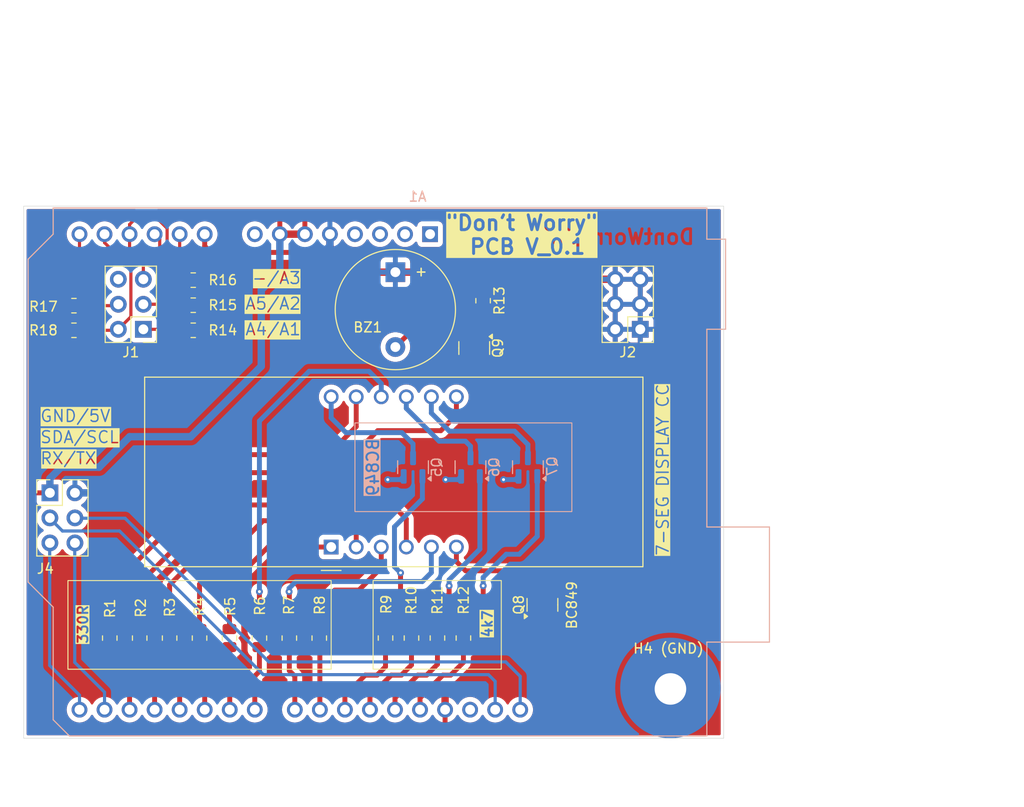
<source format=kicad_pcb>
(kicad_pcb (version 20240108) (generator "pcbnew") (generator_version "8.0")
  (layers (0 "F.Cu" signal) (31 "B.Cu" signal) (34 "B.Paste" user) (35 "F.Paste" user) (36 "B.SilkS" user "B.Silkscreen") (37 "F.SilkS" user "F.Silkscreen") (38 "B.Mask" user) (39 "F.Mask" user) (44 "Edge.Cuts" user))
  (net 0 "")
  (net 1 "/S_E")
  (net 3 "/D3")
  (net 4 "GND")
  (net 5 "/S_F")
  (net 7 "/S_G")
  (net 8 "/D1")
  (net 9 "/D2")
  (net 10 "/S_D")
  (net 11 "+5V")
  (net 13 "/S_DP")
  (net 15 "/S_C")
  (net 16 "/S_A")
  (net 17 "/S_B")
  (net 18 "/D4")
  (net 20 "Net-(U1-a)")
  (net 21 "Net-(U1-b)")
  (net 22 "Net-(U1-c)")
  (net 23 "Net-(U1-d)")
  (net 24 "Net-(U1-e)")
  (net 25 "Net-(U1-f)")
  (net 26 "Net-(U1-g)")
  (net 27 "Net-(U1-DPX)")
  (net 28 "Net-(Q5-B)")
  (net 29 "Net-(Q5-C)")
  (net 30 "Net-(Q6-B)")
  (net 31 "Net-(Q6-C)")
  (net 32 "Net-(Q7-C)")
  (net 33 "Net-(Q7-B)")
  (net 34 "Net-(Q8-B)")
  (net 35 "Net-(Q8-C)")
  (net 36 "/SDA")
  (net 37 "/SCL")
  (net 38 "/TX")
  (net 39 "/RX")
  (net 40 "/BUZZ")
  (net 41 "/A1")
  (net 42 "/A5")
  (net 43 "/A3")
  (net 44 "/A4")
  (net 45 "/A2")
  (net 46 "+3.3V")
  (net 47 "Net-(BZ1--)")
  (net 48 "Net-(Q9-B)")
  (footprint "Display_7Segment:CC56-12YWA" (layer "F.Cu") (at 148.59 88.5952 90)
    (property "Reference" "7-SEG DISPLAY CC" (at 7.8452 33.635 90) (layer "F.SilkS" knockout) (effects (font (size 1.2 1.2))))
    (property "Value" "CC56-12YWA")
    (pad "1" thru_hole rect (at 0 0 90) (size 1.5 1.5) (drill 1) (layers "*.Cu" "*.Mask") (net 24 "Net-(U1-e)"))
    (pad "2" thru_hole circle (at 0 2.54 90) (size 1.5 1.5) (drill 1) (layers "*.Cu" "*.Mask") (net 23 "Net-(U1-d)"))
    (pad "3" thru_hole circle (at 0 5.08 90) (size 1.5 1.5) (drill 1) (layers "*.Cu" "*.Mask") (net 27 "Net-(U1-DPX)"))
    (pad "4" thru_hole circle (at 0 7.62 90) (size 1.5 1.5) (drill 1) (layers "*.Cu" "*.Mask") (net 22 "Net-(U1-c)"))
    (pad "5" thru_hole circle (at 0 10.16 90) (size 1.5 1.5) (drill 1) (layers "*.Cu" "*.Mask") (net 26 "Net-(U1-g)"))
    (pad "6" thru_hole circle (at 0 12.7 90) (size 1.5 1.5) (drill 1) (layers "*.Cu" "*.Mask") (net 35 "Net-(Q8-C)"))
    (pad "7" thru_hole circle (at 15.24 12.7 90) (size 1.5 1.5) (drill 1) (layers "*.Cu" "*.Mask") (net 21 "Net-(U1-b)"))
    (pad "8" thru_hole circle (at 15.24 10.16 90) (size 1.5 1.5) (drill 1) (layers "*.Cu" "*.Mask") (net 32 "Net-(Q7-C)"))
    (pad "9" thru_hole circle (at 15.24 7.62 90) (size 1.5 1.5) (drill 1) (layers "*.Cu" "*.Mask") (net 31 "Net-(Q6-C)"))
    (pad "10" thru_hole circle (at 15.24 5.08 90) (size 1.5 1.5) (drill 1) (layers "*.Cu" "*.Mask") (net 25 "Net-(U1-f)"))
    (pad "11" thru_hole circle (at 15.24 2.54 90) (size 1.5 1.5) (drill 1) (layers "*.Cu" "*.Mask") (net 20 "Net-(U1-a)"))
    (pad "12" thru_hole circle (at 15.24 0 90) (size 1.5 1.5) (drill 1) (layers "*.Cu" "*.Mask") (net 29 "Net-(Q5-C)"))
  )
  (footprint "Connector_PinHeader_2.54mm:PinHeader_2x03_P2.54mm_Vertical" (layer "F.Cu") (at 120.06 83.1)
    (property "Reference" "J4" (at -0.46 7.7 0) (layer "F.SilkS"))
    (property "Value" "Conn_01x06")
    (pad "1" thru_hole rect (at 0 0) (size 1.7 1.7) (drill 1) (layers "*.Cu" "*.Mask") (net 4 "GND"))
    (pad "2" thru_hole oval (at 2.54 0) (size 1.7 1.7) (drill 1) (layers "*.Cu" "*.Mask") (net 11 "+5V"))
    (pad "3" thru_hole oval (at 0 2.54) (size 1.7 1.7) (drill 1) (layers "*.Cu" "*.Mask") (net 36 "/SDA"))
    (pad "4" thru_hole oval (at 2.54 2.54) (size 1.7 1.7) (drill 1) (layers "*.Cu" "*.Mask") (net 37 "/SCL"))
    (pad "5" thru_hole oval (at 0 5.08) (size 1.7 1.7) (drill 1) (layers "*.Cu" "*.Mask") (net 39 "/RX"))
    (pad "6" thru_hole oval (at 2.54 5.08) (size 1.7 1.7) (drill 1) (layers "*.Cu" "*.Mask") (net 38 "/TX"))
  )
  (footprint "Resistor_SMD:R_0805_2012Metric" (layer "F.Cu") (at 134.6 64.054416)
    (property "Reference" "R15" (at 3 0 0) (layer "F.SilkS"))
    (property "Value" "10K")
    (pad "1" smd roundrect (at -0.9125 0) (size 1.025 1.4) (layers "F.Cu" "F.Paste" "F.Mask") (roundrect_rratio 0.243902) (net 45 "/A2"))
    (pad "2" smd roundrect (at 0.9125 0) (size 1.025 1.4) (layers "F.Cu" "F.Paste" "F.Mask") (roundrect_rratio 0.243902) (net 4 "GND"))
  )
  (footprint "Resistor_SMD:R_0805_2012Metric" (layer "F.Cu") (at 162.00175 97.8333 -90)
    (property "Reference" "R12" (at -3.8375 -0.025 90) (layer "F.SilkS"))
    (property "Value" "4k7" (at -1.4403 -2.43785 90) (layer "F.SilkS" knockout) (effects (font (thickness 0.2) (bold yes))))
    (pad "1" smd roundrect (at -0.9125 0 270) (size 1.025 1.4) (layers "F.Cu" "F.Paste" "F.Mask") (roundrect_rratio 0.243902) (net 34 "Net-(Q8-B)"))
    (pad "2" smd roundrect (at 0.9125 0 270) (size 1.025 1.4) (layers "F.Cu" "F.Paste" "F.Mask") (roundrect_rratio 0.243902) (net 18 "/D4"))
  )
  (footprint "Buzzer_Beeper:Buzzer_12x9.5RM7.6" (layer "F.Cu") (at 155.1 60.7 -90)
    (property "Reference" "BZ1" (at 5.6 2.8 180) (layer "F.SilkS"))
    (property "Value" "Buzzer CMI-1295-0585T")
    (fp_text user "+" (at -0.01 -2.54 90) (layer "F.SilkS"))
    (pad "1" thru_hole rect (at 0 0 270) (size 2 2) (drill 1) (layers "*.Cu" "*.Mask") (net 11 "+5V"))
    (pad "2" thru_hole circle (at 7.6 0 270) (size 2 2) (drill 1) (layers "*.Cu" "*.Mask") (net 47 "Net-(BZ1--)"))
  )
  (footprint "Resistor_SMD:R_0805_2012Metric" (layer "F.Cu") (at 126.13205 97.8375 90)
    (property "Reference" "R1" (at 3.0125 0.025 90) (layer "F.SilkS"))
    (property "Value" "330R" (at 1.3937 -2.72065 90) (layer "F.SilkS" knockout) (effects (font (thickness 0.2) (bold yes))))
    (pad "1" smd roundrect (at -0.9125 0 90) (size 1.025 1.4) (layers "F.Cu" "F.Paste" "F.Mask") (roundrect_rratio 0.243902) (net 16 "/S_A"))
    (pad "2" smd roundrect (at 0.9125 0 90) (size 1.025 1.4) (layers "F.Cu" "F.Paste" "F.Mask") (roundrect_rratio 0.243902) (net 20 "Net-(U1-a)"))
  )
  (footprint "Resistor_SMD:R_0805_2012Metric" (layer "F.Cu") (at 134.6 66.6)
    (property "Reference" "R14" (at 3 0 0) (layer "F.SilkS"))
    (property "Value" "10K")
    (pad "1" smd roundrect (at -0.9125 0) (size 1.025 1.4) (layers "F.Cu" "F.Paste" "F.Mask") (roundrect_rratio 0.243902) (net 41 "/A1"))
    (pad "2" smd roundrect (at 0.9125 0) (size 1.025 1.4) (layers "F.Cu" "F.Paste" "F.Mask") (roundrect_rratio 0.243902) (net 4 "GND"))
  )
  (footprint "Resistor_SMD:R_0805_2012Metric" (layer "F.Cu") (at 122.5 66.6 180)
    (property "Reference" "R18" (at 3.1 0 0) (layer "F.SilkS"))
    (property "Value" "10K")
    (pad "1" smd roundrect (at -0.9125 0 180) (size 1.025 1.4) (layers "F.Cu" "F.Paste" "F.Mask") (roundrect_rratio 0.243902) (net 44 "/A4"))
    (pad "2" smd roundrect (at 0.9125 0 180) (size 1.025 1.4) (layers "F.Cu" "F.Paste" "F.Mask") (roundrect_rratio 0.243902) (net 4 "GND"))
  )
  (footprint "Resistor_SMD:R_0805_2012Metric" (layer "F.Cu") (at 129.167766 97.8375 90)
    (property "Reference" "R2" (at 3.0625 0.110716 90) (layer "F.SilkS"))
    (property "Value" "330R" (hide yes))
    (pad "1" smd roundrect (at -0.9125 0 90) (size 1.025 1.4) (layers "F.Cu" "F.Paste" "F.Mask") (roundrect_rratio 0.243902) (net 17 "/S_B"))
    (pad "2" smd roundrect (at 0.9125 0 90) (size 1.025 1.4) (layers "F.Cu" "F.Paste" "F.Mask") (roundrect_rratio 0.243902) (net 21 "Net-(U1-b)"))
  )
  (footprint "Connector_PinHeader_2.54mm:PinHeader_2x03_P2.54mm_Vertical" (layer "F.Cu") (at 129.54 66.5 180)
    (property "Reference" "J1" (at 1.27 -2.33 0) (layer "F.SilkS"))
    (property "Value" "Conn_02x03_Odd_Even")
    (pad "1" thru_hole rect (at 0 0 180) (size 1.7 1.7) (drill 1) (layers "*.Cu" "*.Mask") (net 41 "/A1"))
    (pad "2" thru_hole oval (at 2.54 0 180) (size 1.7 1.7) (drill 1) (layers "*.Cu" "*.Mask") (net 44 "/A4"))
    (pad "3" thru_hole oval (at 0 2.54 180) (size 1.7 1.7) (drill 1) (layers "*.Cu" "*.Mask") (net 45 "/A2"))
    (pad "4" thru_hole oval (at 2.54 2.54 180) (size 1.7 1.7) (drill 1) (layers "*.Cu" "*.Mask") (net 42 "/A5"))
    (pad "5" thru_hole oval (at 0 5.08 180) (size 1.7 1.7) (drill 1) (layers "*.Cu" "*.Mask") (net 43 "/A3"))
    (pad "6" thru_hole oval (at 2.54 5.08 180) (size 1.7 1.7) (drill 1) (layers "*.Cu" "*.Mask"))
  )
  (footprint "Resistor_SMD:R_0805_2012Metric" (layer "F.Cu") (at 138.274908 97.8375 90)
    (property "Reference" "R5" (at 3.2125 0.067858 90) (layer "F.SilkS"))
    (property "Value" "330R" (hide yes))
    (pad "1" smd roundrect (at -0.9125 0 90) (size 1.025 1.4) (layers "F.Cu" "F.Paste" "F.Mask") (roundrect_rratio 0.243902) (net 1 "/S_E"))
    (pad "2" smd roundrect (at 0.9125 0 90) (size 1.025 1.4) (layers "F.Cu" "F.Paste" "F.Mask") (roundrect_rratio 0.243902) (net 24 "Net-(U1-e)"))
  )
  (footprint "Resistor_SMD:R_0805_2012Metric" (layer "F.Cu") (at 147.38205 97.8375 90)
    (property "Reference" "R8" (at 3.3375 0.05 90) (layer "F.SilkS"))
    (property "Value" "330R" (hide yes))
    (pad "1" smd roundrect (at -0.9125 0 90) (size 1.025 1.4) (layers "F.Cu" "F.Paste" "F.Mask") (roundrect_rratio 0.243902) (net 13 "/S_DP"))
    (pad "2" smd roundrect (at 0.9125 0 90) (size 1.025 1.4) (layers "F.Cu" "F.Paste" "F.Mask") (roundrect_rratio 0.243902) (net 27 "Net-(U1-DPX)"))
  )
  (footprint "Resistor_SMD:R_0805_2012Metric" (layer "F.Cu") (at 122.5 64.1 180)
    (property "Reference" "R17" (at 3.1 -0.1 0) (layer "F.SilkS"))
    (property "Value" "10K")
    (pad "1" smd roundrect (at -0.9125 0 180) (size 1.025 1.4) (layers "F.Cu" "F.Paste" "F.Mask") (roundrect_rratio 0.243902) (net 42 "/A5"))
    (pad "2" smd roundrect (at 0.9125 0 180) (size 1.025 1.4) (layers "F.Cu" "F.Paste" "F.Mask") (roundrect_rratio 0.243902) (net 4 "GND"))
  )
  (footprint "Resistor_SMD:R_0805_2012Metric" (layer "F.Cu") (at 156.735084 97.8333 -90)
    (property "Reference" "R10" (at -3.8375 0.016666 90) (layer "F.SilkS"))
    (property "Value" "4k7" (hide yes))
    (pad "1" smd roundrect (at -0.9125 0 270) (size 1.025 1.4) (layers "F.Cu" "F.Paste" "F.Mask") (roundrect_rratio 0.243902) (net 30 "Net-(Q6-B)"))
    (pad "2" smd roundrect (at 0.9125 0 270) (size 1.025 1.4) (layers "F.Cu" "F.Paste" "F.Mask") (roundrect_rratio 0.243902) (net 9 "/D2"))
  )
  (footprint "Package_TO_SOT_SMD:SOT-23" (layer "F.Cu") (at 163.1 68.4 -90)
    (property "Reference" "Q9" (at 0 -2.4 90) (layer "F.SilkS"))
    (property "Value" "BC849")
    (pad "1" smd roundrect (at -0.9375 -0.95 270) (size 1.475 0.6) (layers "F.Cu" "F.Paste" "F.Mask") (net 48 "Net-(Q9-B)"))
    (pad "2" smd roundrect (at -0.9375 0.95 270) (size 1.475 0.6) (layers "F.Cu" "F.Paste" "F.Mask") (net 47 "Net-(BZ1--)"))
    (pad "3" smd roundrect (at 0.9375 0 270) (size 1.475 0.6) (layers "F.Cu" "F.Paste" "F.Mask") (net 4 "GND"))
  )
  (footprint "Resistor_SMD:R_0805_2012Metric" (layer "F.Cu") (at 132.20348 97.8375 90)
    (property "Reference" "R3" (at 3.1125 0.02143 90) (layer "F.SilkS"))
    (property "Value" "330R" (hide yes))
    (pad "1" smd roundrect (at -0.9125 0 90) (size 1.025 1.4) (layers "F.Cu" "F.Paste" "F.Mask") (roundrect_rratio 0.243902) (net 15 "/S_C"))
    (pad "2" smd roundrect (at 0.9125 0 90) (size 1.025 1.4) (layers "F.Cu" "F.Paste" "F.Mask") (roundrect_rratio 0.243902) (net 22 "Net-(U1-c)"))
  )
  (footprint "Connector_PinHeader_2.54mm:PinHeader_2x03_P2.54mm_Vertical" (layer "F.Cu") (at 179.94 66.5 180)
    (property "Reference" "J2" (at 1.27 -2.33 0) (layer "F.SilkS"))
    (property "Value" "Conn_02x03_Odd_Even")
    (pad "1" thru_hole rect (at 0 0 180) (size 1.7 1.7) (drill 1) (layers "*.Cu" "*.Mask") (net 11 "+5V"))
    (pad "2" thru_hole oval (at 2.54 0 180) (size 1.7 1.7) (drill 1) (layers "*.Cu" "*.Mask") (net 11 "+5V"))
    (pad "3" thru_hole oval (at 0 2.54 180) (size 1.7 1.7) (drill 1) (layers "*.Cu" "*.Mask") (net 11 "+5V"))
    (pad "4" thru_hole oval (at 2.54 2.54 180) (size 1.7 1.7) (drill 1) (layers "*.Cu" "*.Mask") (net 11 "+5V"))
    (pad "5" thru_hole oval (at 0 5.08 180) (size 1.7 1.7) (drill 1) (layers "*.Cu" "*.Mask") (net 11 "+5V"))
    (pad "6" thru_hole oval (at 2.54 5.08 180) (size 1.7 1.7) (drill 1) (layers "*.Cu" "*.Mask") (net 11 "+5V"))
  )
  (footprint "Resistor_SMD:R_0805_2012Metric" (layer "F.Cu") (at 144.346336 97.8375 90)
    (property "Reference" "R7" (at 3.3375 -0.035714 90) (layer "F.SilkS"))
    (property "Value" "330R" (hide yes))
    (pad "1" smd roundrect (at -0.9125 0 90) (size 1.025 1.4) (layers "F.Cu" "F.Paste" "F.Mask") (roundrect_rratio 0.243902) (net 7 "/S_G"))
    (pad "2" smd roundrect (at 0.9125 0 90) (size 1.025 1.4) (layers "F.Cu" "F.Paste" "F.Mask") (roundrect_rratio 0.243902) (net 26 "Net-(U1-g)"))
  )
  (footprint "Resistor_SMD:R_0805_2012Metric" (layer "F.Cu") (at 141.310622 97.8375 90)
    (property "Reference" "R6" (at 3.2625 0.053572 90) (layer "F.SilkS"))
    (property "Value" "330R" (hide yes))
    (pad "1" smd roundrect (at -0.9125 0 90) (size 1.025 1.4) (layers "F.Cu" "F.Paste" "F.Mask") (roundrect_rratio 0.243902) (net 5 "/S_F"))
    (pad "2" smd roundrect (at 0.9125 0 90) (size 1.025 1.4) (layers "F.Cu" "F.Paste" "F.Mask") (roundrect_rratio 0.243902) (net 25 "Net-(U1-f)"))
  )
  (footprint "Resistor_SMD:R_0805_2012Metric" (layer "F.Cu") (at 135.239194 97.8375 90)
    (property "Reference" "R4" (at 3.1875 -0.017856 90) (layer "F.SilkS"))
    (property "Value" "330R" (hide yes))
    (pad "1" smd roundrect (at -0.9125 0 90) (size 1.025 1.4) (layers "F.Cu" "F.Paste" "F.Mask") (roundrect_rratio 0.243902) (net 10 "/S_D"))
    (pad "2" smd roundrect (at 0.9125 0 90) (size 1.025 1.4) (layers "F.Cu" "F.Paste" "F.Mask") (roundrect_rratio 0.243902) (net 23 "Net-(U1-d)"))
  )
  (footprint "Resistor_SMD:R_0805_2012Metric" (layer "F.Cu") (at 159.368417 97.8333 -90)
    (property "Reference" "R11" (at -3.8375 0.008333 90) (layer "F.SilkS"))
    (property "Value" "4k7" (hide yes))
    (pad "1" smd roundrect (at -0.9125 0 270) (size 1.025 1.4) (layers "F.Cu" "F.Paste" "F.Mask") (roundrect_rratio 0.243902) (net 33 "Net-(Q7-B)"))
    (pad "2" smd roundrect (at 0.9125 0 270) (size 1.025 1.4) (layers "F.Cu" "F.Paste" "F.Mask") (roundrect_rratio 0.243902) (net 3 "/D3"))
  )
  (footprint "Resistor_SMD:R_0805_2012Metric" (layer "F.Cu") (at 134.6 61.508833)
    (property "Reference" "R16" (at 3 0 0) (layer "F.SilkS"))
    (property "Value" "10K")
    (pad "1" smd roundrect (at -0.9125 0) (size 1.025 1.4) (layers "F.Cu" "F.Paste" "F.Mask") (roundrect_rratio 0.243902) (net 43 "/A3"))
    (pad "2" smd roundrect (at 0.9125 0) (size 1.025 1.4) (layers "F.Cu" "F.Paste" "F.Mask") (roundrect_rratio 0.243902) (net 4 "GND"))
  )
  (footprint "Resistor_SMD:R_0805_2012Metric" (layer "F.Cu") (at 164 63.6 -90)
    (property "Reference" "R13" (at 0 -1.65 90) (layer "F.SilkS"))
    (property "Value" "4k7")
    (pad "1" smd roundrect (at -0.9125 0 270) (size 1.025 1.4) (layers "F.Cu" "F.Paste" "F.Mask") (roundrect_rratio 0.243902) (net 40 "/BUZZ"))
    (pad "2" smd roundrect (at 0.9125 0 270) (size 1.025 1.4) (layers "F.Cu" "F.Paste" "F.Mask") (roundrect_rratio 0.243902) (net 48 "Net-(Q9-B)"))
  )
  (footprint "Package_TO_SOT_SMD:SOT-23" (layer "F.Cu") (at 170.0174 94.4649 90)
    (property "Reference" "Q8" (at 0 -2.4 90) (layer "F.SilkS"))
    (property "Value" "BC849" (at -0.0351 2.9826 -90) (layer "F.SilkS"))
    (pad "1" smd roundrect (at -0.9375 -0.95 90) (size 1.475 0.6) (layers "F.Cu" "F.Paste" "F.Mask") (net 34 "Net-(Q8-B)"))
    (pad "2" smd roundrect (at -0.9375 0.95 90) (size 1.475 0.6) (layers "F.Cu" "F.Paste" "F.Mask") (net 4 "GND"))
    (pad "3" smd roundrect (at 0.9375 0 90) (size 1.475 0.6) (layers "F.Cu" "F.Paste" "F.Mask") (net 35 "Net-(Q8-C)"))
  )
  (footprint "Resistor_SMD:R_0805_2012Metric" (layer "F.Cu") (at 154.10175 97.8333 -90)
    (property "Reference" "R9" (at -3.4125 -0.075 90) (layer "F.SilkS"))
    (property "Value" "4k7" (hide yes))
    (pad "1" smd roundrect (at -0.9125 0 270) (size 1.025 1.4) (layers "F.Cu" "F.Paste" "F.Mask") (roundrect_rratio 0.243902) (net 28 "Net-(Q5-B)"))
    (pad "2" smd roundrect (at 0.9125 0 270) (size 1.025 1.4) (layers "F.Cu" "F.Paste" "F.Mask") (roundrect_rratio 0.243902) (net 8 "/D1"))
  )
  (footprint "MountingHole:MountingHole_3.2mm_M3_DIN965_Pad" (layer "F.Cu") (at 183 103)
    (property "Reference" "H4 (GND)" (at -0.2 -4.1 0) (layer "F.SilkS"))
    (property "Value" "MountingHole_Pad")
    (pad "1" thru_hole circle (at 0 0) (size 5.6 5.6) (drill 3.2) (layers "*.Cu" "*.Mask") (net 4 "GND"))
  )
  (footprint "Package_TO_SOT_SMD:SOT-23" (layer "B.Cu") (at 156.8931 80.4926 90)
    (property "Reference" "Q5" (at 0 2.4 90) (layer "B.SilkS") (effects (justify mirror)))
    (property "Value" "BC849" (at 0 -4.075 90) (layer "B.SilkS" knockout) (effects (font (size 1.2 1.2) (thickness 0.2) (bold yes)) (justify mirror)))
    (pad "1" smd roundrect (at -0.9375 0.95 90) (size 1.475 0.6) (layers "B.Cu" "B.Paste" "B.Mask") (net 28 "Net-(Q5-B)"))
    (pad "2" smd roundrect (at -0.9375 -0.95 90) (size 1.475 0.6) (layers "B.Cu" "B.Paste" "B.Mask") (net 4 "GND"))
    (pad "3" smd roundrect (at 0.9375 0 90) (size 1.475 0.6) (layers "B.Cu" "B.Paste" "B.Mask") (net 29 "Net-(Q5-C)"))
  )
  (footprint "Module:Arduino_UNO_R3" (layer "B.Cu") (at 158.623 56.8452 180)
    (property "Reference" "A1" (at 1.27 3.81 0) (layer "B.SilkS") (effects (justify mirror)))
    (property "Value" "Arduino_UNO_R3" (hide yes))
    (pad "1" thru_hole rect (at 0 0 90) (size 1.6 1.6) (drill 1) (layers "*.Cu" "*.Mask"))
    (pad "2" thru_hole oval (at 2.54 0 90) (size 1.6 1.6) (drill 1) (layers "*.Cu" "*.Mask"))
    (pad "3" thru_hole oval (at 5.08 0 90) (size 1.6 1.6) (drill 1) (layers "*.Cu" "*.Mask"))
    (pad "4" thru_hole oval (at 7.62 0 90) (size 1.6 1.6) (drill 1) (layers "*.Cu" "*.Mask") (net 46 "+3.3V"))
    (pad "5" thru_hole oval (at 10.16 0 90) (size 1.6 1.6) (drill 1) (layers "*.Cu" "*.Mask") (net 11 "+5V"))
    (pad "6" thru_hole oval (at 12.7 0 90) (size 1.6 1.6) (drill 1) (layers "*.Cu" "*.Mask") (net 4 "GND"))
    (pad "7" thru_hole oval (at 15.24 0 90) (size 1.6 1.6) (drill 1) (layers "*.Cu" "*.Mask") (net 4 "GND"))
    (pad "8" thru_hole oval (at 17.78 0 90) (size 1.6 1.6) (drill 1) (layers "*.Cu" "*.Mask"))
    (pad "9" thru_hole oval (at 22.86 0 90) (size 1.6 1.6) (drill 1) (layers "*.Cu" "*.Mask") (net 40 "/BUZZ"))
    (pad "10" thru_hole oval (at 25.4 0 90) (size 1.6 1.6) (drill 1) (layers "*.Cu" "*.Mask") (net 41 "/A1"))
    (pad "11" thru_hole oval (at 27.94 0 90) (size 1.6 1.6) (drill 1) (layers "*.Cu" "*.Mask") (net 45 "/A2"))
    (pad "12" thru_hole oval (at 30.48 0 90) (size 1.6 1.6) (drill 1) (layers "*.Cu" "*.Mask") (net 43 "/A3"))
    (pad "13" thru_hole oval (at 33.02 0 90) (size 1.6 1.6) (drill 1) (layers "*.Cu" "*.Mask") (net 44 "/A4"))
    (pad "14" thru_hole oval (at 35.56 0 90) (size 1.6 1.6) (drill 1) (layers "*.Cu" "*.Mask") (net 42 "/A5"))
    (pad "15" thru_hole oval (at 35.56 -48.26 90) (size 1.6 1.6) (drill 1) (layers "*.Cu" "*.Mask") (net 39 "/RX"))
    (pad "16" thru_hole oval (at 33.02 -48.26 90) (size 1.6 1.6) (drill 1) (layers "*.Cu" "*.Mask") (net 38 "/TX"))
    (pad "17" thru_hole oval (at 30.48 -48.26 90) (size 1.6 1.6) (drill 1) (layers "*.Cu" "*.Mask") (net 16 "/S_A"))
    (pad "18" thru_hole oval (at 27.94 -48.26 90) (size 1.6 1.6) (drill 1) (layers "*.Cu" "*.Mask") (net 17 "/S_B"))
    (pad "19" thru_hole oval (at 25.4 -48.26 90) (size 1.6 1.6) (drill 1) (layers "*.Cu" "*.Mask") (net 15 "/S_C"))
    (pad "20" thru_hole oval (at 22.86 -48.26 90) (size 1.6 1.6) (drill 1) (layers "*.Cu" "*.Mask") (net 10 "/S_D"))
    (pad "21" thru_hole oval (at 20.32 -48.26 90) (size 1.6 1.6) (drill 1) (layers "*.Cu" "*.Mask") (net 1 "/S_E"))
    (pad "22" thru_hole oval (at 17.78 -48.26 90) (size 1.6 1.6) (drill 1) (layers "*.Cu" "*.Mask") (net 5 "/S_F"))
    (pad "23" thru_hole oval (at 13.72 -48.26 90) (size 1.6 1.6) (drill 1) (layers "*.Cu" "*.Mask") (net 7 "/S_G"))
    (pad "24" thru_hole oval (at 11.18 -48.26 90) (size 1.6 1.6) (drill 1) (layers "*.Cu" "*.Mask") (net 13 "/S_DP"))
    (pad "25" thru_hole oval (at 8.64 -48.26 90) (size 1.6 1.6) (drill 1) (layers "*.Cu" "*.Mask") (net 8 "/D1"))
    (pad "26" thru_hole oval (at 6.1 -48.26 90) (size 1.6 1.6) (drill 1) (layers "*.Cu" "*.Mask") (net 9 "/D2"))
    (pad "27" thru_hole oval (at 3.56 -48.26 90) (size 1.6 1.6) (drill 1) (layers "*.Cu" "*.Mask") (net 3 "/D3"))
    (pad "28" thru_hole oval (at 1.02 -48.26 90) (size 1.6 1.6) (drill 1) (layers "*.Cu" "*.Mask") (net 18 "/D4"))
    (pad "29" thru_hole oval (at -1.52 -48.26 90) (size 1.6 1.6) (drill 1) (layers "*.Cu" "*.Mask") (net 4 "GND"))
    (pad "30" thru_hole oval (at -4.06 -48.26 90) (size 1.6 1.6) (drill 1) (layers "*.Cu" "*.Mask"))
    (pad "31" thru_hole oval (at -6.6 -48.26 90) (size 1.6 1.6) (drill 1) (layers "*.Cu" "*.Mask") (net 36 "/SDA"))
    (pad "32" thru_hole oval (at -9.14 -48.26 90) (size 1.6 1.6) (drill 1) (layers "*.Cu" "*.Mask") (net 37 "/SCL"))
  )
  (footprint "Package_TO_SOT_SMD:SOT-23" (layer "B.Cu") (at 168.5431 80.4926 90)
    (property "Reference" "Q7" (at 0.0926 2.4569 90) (layer "B.SilkS") (effects (justify mirror)))
    (property "Value" "BC849" (hide yes))
    (pad "1" smd roundrect (at -0.9375 0.95 90) (size 1.475 0.6) (layers "B.Cu" "B.Paste" "B.Mask") (net 33 "Net-(Q7-B)"))
    (pad "2" smd roundrect (at -0.9375 -0.95 90) (size 1.475 0.6) (layers "B.Cu" "B.Paste" "B.Mask") (net 4 "GND"))
    (pad "3" smd roundrect (at 0.9375 0 90) (size 1.475 0.6) (layers "B.Cu" "B.Paste" "B.Mask") (net 32 "Net-(Q7-C)"))
  )
  (footprint "Package_TO_SOT_SMD:SOT-23" (layer "B.Cu") (at 162.7181 80.4926 90)
    (property "Reference" "Q6" (at 0 2.4 90) (layer "B.SilkS") (effects (justify mirror)))
    (property "Value" "BC849" (hide yes))
    (pad "1" smd roundrect (at -0.9375 0.95 90) (size 1.475 0.6) (layers "B.Cu" "B.Paste" "B.Mask") (net 30 "Net-(Q6-B)"))
    (pad "2" smd roundrect (at -0.9375 -0.95 90) (size 1.475 0.6) (layers "B.Cu" "B.Paste" "B.Mask") (net 4 "GND"))
    (pad "3" smd roundrect (at 0.9375 0 90) (size 1.475 0.6) (layers "B.Cu" "B.Paste" "B.Mask") (net 31 "Net-(Q6-C)"))
  )
  (gr_circle (center 183 102.9) (end 188 102.9) (stroke (width 0.2)) (fill solid) (layer "B.Cu") (net 4))
  (gr_rect (start 151 76) (end 173 85) (stroke (width 0.1)) (fill none) (layer "B.SilkS"))
  (gr_rect (start 121.89 92) (end 148.59 101) (stroke (width 0.1)) (fill none) (layer "F.SilkS"))
  (gr_rect (start 152.8438 91.9958) (end 165.8438 100.9958) (stroke (width 0.1)) (fill none) (layer "F.SilkS"))
  (gr_line (start 188.4 54) (end 117.4 54) (stroke (width 0.05)) (layer "Edge.Cuts"))
  (gr_line (start 117.4 54) (end 117.4 108) (stroke (width 0.05)) (layer "Edge.Cuts"))
  (gr_line (start 188.4 108) (end 188.4 54) (stroke (width 0.05)) (layer "Edge.Cuts"))
  (gr_line (start 117.4 108) (end 188.4 108) (stroke (width 0.05)) (layer "Edge.Cuts"))
  (gr_text "DontWorry_0.1" (at 185.6 58 0) (layer "B.Cu" knockout) (effects (font (size 1.5 1.5) (thickness 0.3) (bold yes)) (justify left bottom mirror)))
  (gr_text "A4/A1" (at 139.8 67.2 0) (layer "F.SilkS" knockout) (effects (font (size 1.2 1.2)) (justify left bottom)))
  (gr_text "GND/5V" (at 119 76 0) (layer "F.SilkS" knockout) (effects (font (size 1.2 1.2) (thickness 0.15) (bold yes)) (justify left bottom)))
  (gr_text "-/A3" (at 140.485714 62 0) (layer "F.SilkS" knockout) (effects (font (size 1.2 1.2)) (justify left bottom)))
  (gr_text "{dblquote}Don't Worry{dblquote} \nPCB V_0.1" (at 168.5 59 0) (layer "F.SilkS" knockout) (effects (font (size 1.5 1.5) (thickness 0.3) (bold yes)) (justify bottom)))
  (gr_text "RX/TX" (at 119 80.3 0) (layer "F.SilkS" knockout) (effects (font (size 1.2 1.2) (thickness 0.15) (bold yes)) (justify left bottom)))
  (gr_text "SDA/SCL" (at 119 78.15 0) (layer "F.SilkS" knockout) (effects (font (size 1.2 1.2) (thickness 0.15) (bold yes)) (justify left bottom)))
  (gr_text "A5/A2" (at 139.8 64.6 0) (layer "F.SilkS" knockout) (effects (font (size 1.2 1.2)) (justify left bottom)))
  (segment (start 138.303 105.1052) (end 138.303 98.778092) (width 0.5) (layer "F.Cu") (net 1))
  (segment (start 138.303 98.778092) (end 138.274908 98.75) (width 0.5) (layer "F.Cu") (net 1))
  (segment (start 159.368417 100.498983) (end 159.368417 98.7458) (width 0.5) (layer "F.Cu") (net 3))
  (segment (start 155.063 103.9154) (end 157.3784 101.6) (width 0.5) (layer "F.Cu") (net 3))
  (segment (start 155.063 105.1052) (end 155.063 103.9154) (width 0.5) (layer "F.Cu") (net 3))
  (segment (start 157.3784 101.6) (end 158.2674 101.6) (width 0.5) (layer "F.Cu") (net 3))
  (segment (start 158.2674 101.6) (end 159.368417 100.498983) (width 0.5) (layer "F.Cu") (net 3))
  (segment (start 173.2026 83.7946) (end 173.2026 94.4372) (width 0.75) (layer "F.Cu") (net 4))
  (segment (start 172.2374 95.4024) (end 170.9674 95.4024) (width 0.75) (layer "F.Cu") (net 4))
  (segment (start 179.5 103.1) (end 182.9 103.1) (width 0.75) (layer "F.Cu") (net 4))
  (segment (start 171.1631 81.7551) (end 171.1551 81.7551) (width 0.75) (layer "F.Cu") (net 4))
  (segment (start 173.2026 94.4372) (end 172.2374 95.4024) (width 0.75) (layer "F.Cu") (net 4))
  (segment (start 170.9564 102.5) (end 170.9674 102.489) (width 0.75) (layer "F.Cu") (net 4))
  (segment (start 143.383 56.8452) (end 145.923 56.8452) (width 0.75) (layer "F.Cu") (net 4))
  (segment (start 171.1551 81.7551) (end 163.1 73.7) (width 0.75) (layer "F.Cu") (net 4))
  (segment (start 160.143 103.7376) (end 161.3806 102.5) (width 0.75) (layer "F.Cu") (net 4))
  (segment (start 178.889 102.489) (end 179.5 103.1) (width 0.75) (layer "F.Cu") (net 4))
  (segment (start 172.1612 82.7532) (end 171.1631 81.7551) (width 0.75) (layer "F.Cu") (net 4))
  (segment (start 161.3806 102.5) (end 170.9564 102.5) (width 0.75) (layer "F.Cu") (net 4))
  (segment (start 172.1612 82.7532) (end 173.2026 83.7946) (width 0.75) (layer "F.Cu") (net 4))
  (segment (start 171.1631 81.7551) (end 166.0681 81.7551) (width 0.75) (layer "F.Cu") (net 4))
  (segment (start 160.19925 81.7551) (end 166.0681 81.7551) (width 0.75) (layer "F.Cu") (net 4))
  (segment (start 170.9674 102.489) (end 178.889 102.489) (width 0.75) (layer "F.Cu") (net 4))
  (segment (start 154.3304 81.7551) (end 160.19925 81.7551) (width 0.75) (layer "F.Cu") (net 4))
  (segment (start 163.1 73.7) (end 163.1 69.3375) (width 0.75) (layer "F.Cu") (net 4))
  (segment (start 182.9 103.1) (end 183 103) (width 0.75) (layer "F.Cu") (net 4))
  (segment (start 170.9674 102.489) (end 170.9784 102.5) (width 0.75) (layer "F.Cu") (net 4))
  (segment (start 160.143 105.1052) (end 160.143 103.7376) (width 0.75) (layer "F.Cu") (net 4))
  (segment (start 170.9674 95.4024) (end 170.9674 102.489) (width 0.75) (layer "F.Cu") (net 4))
  (via (at 166.0681 81.7551) (size 0.7) (drill 0.3) (layers "F.Cu" "B.Cu") (net 4))
  (via (at 154.3304 81.7551) (size 0.7) (drill 0.3) (layers "F.Cu" "B.Cu") (net 4))
  (via (at 160.19925 81.7551) (size 0.7) (drill 0.3) (layers "F.Cu" "B.Cu") (net 4))
  (segment (start 128.15 77.4) (end 125.05 80.5) (width 0.75) (layer "B.Cu") (net 4))
  (segment (start 134.35 77.4) (end 128.15 77.4) (width 0.75) (layer "B.Cu") (net 4))
  (segment (start 121.2 80.5) (end 120.06 81.64) (width 0.75) (layer "B.Cu") (net 4))
  (segment (start 155.6181 81.7551) (end 155.9431 81.4301) (width 0.5) (layer "B.Cu") (net 4))
  (segment (start 141.5 70.25) (end 134.35 77.4) (width 0.75) (layer "B.Cu") (net 4))
  (segment (start 143.383 56.8452) (end 143.383 60.617) (width 0.75) (layer "B.Cu") (net 4))
  (segment (start 161.4431 81.7551) (end 161.7681 81.4301) (width 0.5) (layer "B.Cu") (net 4))
  (segment (start 166.0681 81.7551) (end 167.2681 81.7551) (width 0.5) (layer "B.Cu") (net 4))
  (segment (start 143.383 60.617) (end 141.5 62.5) (width 0.75) (layer "B.Cu") (net 4))
  (segment (start 125.05 80.5) (end 121.2 80.5) (width 0.75) (layer "B.Cu") (net 4))
  (segment (start 160.19925 81.7551) (end 161.4431 81.7551) (width 0.5) (layer "B.Cu") (net 4))
  (segment (start 154.3304 81.7551) (end 155.6181 81.7551) (width 0.5) (layer "B.Cu") (net 4))
  (segment (start 141.5 62.5) (end 141.5 70.25) (width 0.75) (layer "B.Cu") (net 4))
  (segment (start 120.06 81.64) (end 120.06 83.1) (width 0.75) (layer "B.Cu") (net 4))
  (segment (start 167.2681 81.7551) (end 167.5931 81.4301) (width 0.5) (layer "B.Cu") (net 4))
  (segment (start 140.843 101.6889) (end 141.310622 101.221278) (width 0.5) (layer "F.Cu") (net 5))
  (segment (start 141.310622 101.221278) (end 141.310622 98.75) (width 0.5) (layer "F.Cu") (net 5))
  (segment (start 140.843 105.1052) (end 140.843 101.6889) (width 0.5) (layer "F.Cu") (net 5))
  (segment (start 144.903 101.703) (end 144.346336 101.146336) (width 0.5) (layer "F.Cu") (net 7))
  (segment (start 144.346336 101.146336) (end 144.346336 98.75) (width 0.5) (layer "F.Cu") (net 7))
  (segment (start 144.903 105.1052) (end 144.903 101.703) (width 0.5) (layer "F.Cu") (net 7))
  (segment (start 154.10175 100.73645) (end 154.10175 98.7458) (width 0.5) (layer "F.Cu") (net 8))
  (segment (start 149.983 103.6614) (end 152.0444 101.6) (width 0.5) (layer "F.Cu") (net 8))
  (segment (start 153.2382 101.6) (end 154.10175 100.73645) (width 0.5) (layer "F.Cu") (net 8))
  (segment (start 149.983 105.1052) (end 149.983 103.6614) (width 0.5) (layer "F.Cu") (net 8))
  (segment (start 152.0444 101.6) (end 153.2382 101.6) (width 0.5) (layer "F.Cu") (net 8))
  (segment (start 152.523 103.763) (end 154.686 101.6) (width 0.5) (layer "F.Cu") (net 9))
  (segment (start 154.686 101.6) (end 155.702 101.6) (width 0.5) (layer "F.Cu") (net 9))
  (segment (start 152.523 105.1052) (end 152.523 103.763) (width 0.5) (layer "F.Cu") (net 9))
  (segment (start 155.702 101.6) (end 156.735084 100.566916) (width 0.5) (layer "F.Cu") (net 9))
  (segment (start 156.735084 100.566916) (end 156.735084 98.7458) (width 0.5) (layer "F.Cu") (net 9))
  (segment (start 135.239194 101.126994) (end 135.239194 98.75) (width 0.5) (layer "F.Cu") (net 10))
  (segment (start 135.763 105.1052) (end 135.763 101.6508) (width 0.5) (layer "F.Cu") (net 10))
  (segment (start 135.763 101.6508) (end 135.239194 101.126994) (width 0.5) (layer "F.Cu") (net 10))
  (segment (start 151 60.7) (end 155.1 60.7) (width 0.75) (layer "F.Cu") (net 11))
  (segment (start 148.463 58.163) (end 151 60.7) (width 0.75) (layer "F.Cu") (net 11))
  (segment (start 173.6 60.7) (end 174.32 61.42) (width 0.75) (layer "F.Cu") (net 11))
  (segment (start 155.1 60.7) (end 173.6 60.7) (width 0.75) (layer "F.Cu") (net 11))
  (segment (start 148.463 56.8452) (end 148.463 58.163) (width 0.75) (layer "F.Cu") (net 11))
  (segment (start 174.32 61.42) (end 177.4 61.42) (width 0.75) (layer "F.Cu") (net 11))
  (segment (start 143.5 63) (end 143.5 71) (width 0.75) (layer "B.Cu") (net 11))
  (segment (start 143.5 71) (end 135.1 79.4) (width 0.75) (layer "B.Cu") (net 11))
  (segment (start 129.5 79.4) (end 125.8 83.1) (width 0.75) (layer "B.Cu") (net 11))
  (segment (start 148.463 58.037) (end 143.5 63) (width 0.75) (layer "B.Cu") (net 11))
  (segment (start 148.463 56.8452) (end 148.463 58.037) (width 0.75) (layer "B.Cu") (net 11))
  (segment (start 135.1 79.4) (end 129.5 79.4) (width 0.75) (layer "B.Cu") (net 11))
  (segment (start 125.8 83.1) (end 122.6 83.1) (width 0.75) (layer "B.Cu") (net 11))
  (segment (start 147.443 98.81095) (end 147.38205 98.75) (width 0.5) (layer "F.Cu") (net 13))
  (segment (start 147.443 105.1052) (end 147.443 98.81095) (width 0.5) (layer "F.Cu") (net 13))
  (segment (start 133.223 101.6) (end 132.20348 100.58048) (width 0.5) (layer "F.Cu") (net 15))
  (segment (start 132.20348 100.58048) (end 132.20348 98.75) (width 0.5) (layer "F.Cu") (net 15))
  (segment (start 133.223 105.1052) (end 133.223 101.6) (width 0.5) (layer "F.Cu") (net 15))
  (segment (start 128.143 101.5492) (end 126.13205 99.53825) (width 0.5) (layer "F.Cu") (net 16))
  (segment (start 128.143 105.1052) (end 128.143 101.5492) (width 0.5) (layer "F.Cu") (net 16))
  (segment (start 126.13205 99.53825) (end 126.13205 98.75) (width 0.5) (layer "F.Cu") (net 16))
  (segment (start 130.683 105.1052) (end 130.683 101.5492) (width 0.5) (layer "F.Cu") (net 17))
  (segment (start 130.683 101.5492) (end 129.167766 100.033966) (width 0.5) (layer "F.Cu") (net 17))
  (segment (start 129.167766 100.033966) (end 129.167766 98.75) (width 0.5) (layer "F.Cu") (net 17))
  (segment (start 162.00175 100.30405) (end 162.00175 98.7458) (width 0.5) (layer "F.Cu") (net 18))
  (segment (start 157.603 105.1052) (end 157.603 103.9154) (width 0.5) (layer "F.Cu") (net 18))
  (segment (start 159.9184 101.6) (end 160.7058 101.6) (width 0.5) (layer "F.Cu") (net 18))
  (segment (start 157.603 103.9154) (end 159.9184 101.6) (width 0.5) (layer "F.Cu") (net 18))
  (segment (start 160.7058 101.6) (end 162.00175 100.30405) (width 0.5) (layer "F.Cu") (net 18))
  (segment (start 126.13205 92.79055) (end 139.7 79.2226) (width 0.5) (layer "F.Cu") (net 20))
  (segment (start 126.13205 96.925) (end 126.13205 92.79055) (width 0.5) (layer "F.Cu") (net 20))
  (segment (start 139.7 79.2226) (end 148.2852 79.2226) (width 0.5) (layer "F.Cu") (net 20))
  (segment (start 148.2852 79.2226) (end 151.13 76.3778) (width 0.5) (layer "F.Cu") (net 20))
  (segment (start 151.13 76.3778) (end 151.13 73.3552) (width 0.5) (layer "F.Cu") (net 20))
  (segment (start 129.167766 92.269434) (end 140.3858 81.0514) (width 0.5) (layer "F.Cu") (net 21))
  (segment (start 140.3858 81.0514) (end 149.0472 81.0514) (width 0.5) (layer "F.Cu") (net 21))
  (segment (start 159.7152 76.7842) (end 161.29 75.2094) (width 0.5) (layer "F.Cu") (net 21))
  (segment (start 153.3144 76.7842) (end 159.7152 76.7842) (width 0.5) (layer "F.Cu") (net 21))
  (segment (start 129.167766 96.925) (end 129.167766 92.269434) (width 0.5) (layer "F.Cu") (net 21))
  (segment (start 161.29 75.2094) (end 161.29 73.3552) (width 0.5) (layer "F.Cu") (net 21))
  (segment (start 149.0472 81.0514) (end 153.3144 76.7842) (width 0.5) (layer "F.Cu") (net 21))
  (segment (start 132.20348 92.43412) (end 140.3096 84.328) (width 0.5) (layer "F.Cu") (net 22))
  (segment (start 132.20348 96.925) (end 132.20348 92.43412) (width 0.5) (layer "F.Cu") (net 22))
  (segment (start 140.3096 84.328) (end 154.7876 84.328) (width 0.5) (layer "F.Cu") (net 22))
  (segment (start 156.21 85.7504) (end 156.21 88.5952) (width 0.5) (layer "F.Cu") (net 22))
  (segment (start 154.7876 84.328) (end 156.21 85.7504) (width 0.5) (layer "F.Cu") (net 22))
  (segment (start 151.13 86.7156) (end 150.3426 85.9282) (width 0.5) (layer "F.Cu") (net 23))
  (segment (start 150.3426 85.9282) (end 141.6812 85.9282) (width 0.5) (layer "F.Cu") (net 23))
  (segment (start 141.6812 85.9282) (end 135.239194 92.370206) (width 0.5) (layer "F.Cu") (net 23))
  (segment (start 135.239194 92.370206) (end 135.239194 96.925) (width 0.5) (layer "F.Cu") (net 23))
  (segment (start 151.13 88.5952) (end 151.13 86.7156) (width 0.5) (layer "F.Cu") (net 23))
  (segment (start 138.2522 92.5322) (end 142.1892 88.5952) (width 0.5) (layer "F.Cu") (net 24))
  (segment (start 138.274908 96.925) (end 138.274908 92.554908) (width 0.5) (layer "F.Cu") (net 24))
  (segment (start 138.274908 92.554908) (end 138.2522 92.5322) (width 0.5) (layer "F.Cu") (net 24))
  (segment (start 142.1892 88.5952) (end 148.59 88.5952) (width 0.5) (layer "F.Cu") (net 24))
  (segment (start 141.310622 93.125) (end 141.310622 96.925) (width 0.5) (layer "F.Cu") (net 25))
  (via (at 141.310622 93.125) (size 0.7) (drill 0.3) (layers "F.Cu" "B.Cu") (net 25))
  (segment (start 153.67 72.009) (end 153.67 73.3552) (width 0.5) (layer "B.Cu") (net 25))
  (segment (start 146.3548 70.7644) (end 152.4254 70.7644) (width 0.5) (layer "B.Cu") (net 25))
  (segment (start 152.4254 70.7644) (end 153.67 72.009) (width 0.5) (layer "B.Cu") (net 25))
  (segment (start 141.310622 93.125) (end 141.310622 75.808578) (width 0.5) (layer "B.Cu") (net 25))
  (segment (start 141.310622 75.808578) (end 146.3548 70.7644) (width 0.5) (layer "B.Cu") (net 25))
  (segment (start 144.346336 93.148536) (end 144.3228 93.125) (width 0.5) (layer "F.Cu") (net 26))
  (segment (start 144.346336 96.925) (end 144.346336 93.148536) (width 0.5) (layer "F.Cu") (net 26))
  (segment (start 158.7246 88.6206) (end 158.75 88.5952) (width 0.5) (layer "F.Cu") (net 26))
  (via (at 144.3228 93.125) (size 0.7) (drill 0.3) (layers "F.Cu" "B.Cu") (net 26))
  (segment (start 145.0086 92.1004) (end 157.8356 92.1004) (width 0.5) (layer "B.Cu") (net 26))
  (segment (start 157.8356 92.1004) (end 158.75 91.186) (width 0.5) (layer "B.Cu") (net 26))
  (segment (start 144.3228 93.125) (end 144.3228 92.7862) (width 0.5) (layer "B.Cu") (net 26))
  (segment (start 144.3228 92.7862) (end 145.0086 92.1004) (width 0.5) (layer "B.Cu") (net 26))
  (segment (start 158.75 91.186) (end 158.75 88.5952) (width 0.5) (layer "B.Cu") (net 26))
  (segment (start 148.971 92.964) (end 151.4094 92.964) (width 0.5) (layer "F.Cu") (net 27))
  (segment (start 153.67 90.7034) (end 153.67 88.5952) (width 0.5) (layer "F.Cu") (net 27))
  (segment (start 147.38205 96.925) (end 147.38205 94.55295) (width 0.5) (layer "F.Cu") (net 27))
  (segment (start 147.38205 94.55295) (end 148.971 92.964) (width 0.5) (layer "F.Cu") (net 27))
  (segment (start 151.4094 92.964) (end 153.67 90.7034) (width 0.5) (layer "F.Cu") (net 27))
  (segment (start 155.6258 94.1578) (end 155.6258 91.2114) (width 0.5) (layer "F.Cu") (net 28))
  (segment (start 154.10175 96.9208) (end 154.10175 95.68185) (width 0.5) (layer "F.Cu") (net 28))
  (segment (start 154.10175 95.68185) (end 155.6258 94.1578) (width 0.5) (layer "F.Cu") (net 28))
  (via (at 155.6258 91.2114) (size 0.7) (drill 0.3) (layers "F.Cu" "B.Cu") (net 28))
  (segment (start 155.01 90.5956) (end 155.01 86.544) (width 0.5) (layer "B.Cu") (net 28))
  (segment (start 157.8431 83.7109) (end 157.8431 81.4301) (width 0.5) (layer "B.Cu") (net 28))
  (segment (start 155.01 86.544) (end 157.8431 83.7109) (width 0.5) (layer "B.Cu") (net 28))
  (segment (start 155.6258 91.2114) (end 155.01 90.5956) (width 0.5) (layer "B.Cu") (net 28))
  (segment (start 156.8931 78.1277) (end 155.7528 76.9874) (width 0.5) (layer "B.Cu") (net 29))
  (segment (start 156.8931 79.5551) (end 156.8931 78.1277) (width 0.5) (layer "B.Cu") (net 29))
  (segment (start 155.7528 76.9874) (end 150.0886 76.9874) (width 0.5) (layer "B.Cu") (net 29))
  (segment (start 150.0886 76.9874) (end 148.59 75.4888) (width 0.5) (layer "B.Cu") (net 29))
  (segment (start 148.59 75.4888) (end 148.59 73.3552) (width 0.5) (layer "B.Cu") (net 29))
  (segment (start 158.0642 94.4372) (end 159.4612 94.4372) (width 0.5) (layer "F.Cu") (net 30))
  (segment (start 159.4612 94.4372) (end 160.5534 93.345) (width 0.5) (layer "F.Cu") (net 30))
  (segment (start 160.5534 93.345) (end 160.5534 92.5322) (width 0.5) (layer "F.Cu") (net 30))
  (segment (start 156.735084 95.766316) (end 158.0642 94.4372) (width 0.5) (layer "F.Cu") (net 30))
  (segment (start 156.735084 96.9208) (end 156.735084 95.766316) (width 0.5) (layer "F.Cu") (net 30))
  (via (at 160.5534 92.5322) (size 0.7) (drill 0.3) (layers "F.Cu" "B.Cu") (net 30))
  (segment (start 163.6681 88.8079) (end 163.6681 81.4301) (width 0.5) (layer "B.Cu") (net 30))
  (segment (start 160.5534 91.9226) (end 163.6681 88.8079) (width 0.5) (layer "B.Cu") (net 30))
  (segment (start 160.5534 92.5322) (end 160.5534 91.9226) (width 0.5) (layer "B.Cu") (net 30))
  (segment (start 162.7181 78.3647) (end 162.2044 77.851) (width 0.5) (layer "B.Cu") (net 31))
  (segment (start 159.5374 77.851) (end 156.21 74.5236) (width 0.5) (layer "B.Cu") (net 31))
  (segment (start 162.7181 79.5551) (end 162.7181 78.3647) (width 0.5) (layer "B.Cu") (net 31))
  (segment (start 156.21 74.5236) (end 156.21 73.3552) (width 0.5) (layer "B.Cu") (net 31))
  (segment (start 162.2044 77.851) (end 159.5374 77.851) (width 0.5) (layer "B.Cu") (net 31))
  (segment (start 167.1828 76.835) (end 160.5788 76.835) (width 0.5) (layer "B.Cu") (net 32))
  (segment (start 160.5788 76.835) (end 158.75 75.0062) (width 0.5) (layer "B.Cu") (net 32))
  (segment (start 168.5431 78.1953) (end 167.1828 76.835) (width 0.5) (layer "B.Cu") (net 32))
  (segment (start 168.5431 79.5551) (end 168.5431 78.1953) (width 0.5) (layer "B.Cu") (net 32))
  (segment (start 158.75 75.0062) (end 158.75 73.3552) (width 0.5) (layer "B.Cu") (net 32))
  (segment (start 159.368417 96.9208) (end 159.368417 96.155583) (width 0.5) (layer "F.Cu") (net 33))
  (segment (start 159.368417 96.155583) (end 160.8836 94.6404) (width 0.5) (layer "F.Cu") (net 33))
  (segment (start 162.9664 94.6404) (end 164.0078 93.599) (width 0.5) (layer "F.Cu") (net 33))
  (segment (start 164.0078 93.599) (end 164.0078 92.5322) (width 0.5) (layer "F.Cu") (net 33))
  (segment (start 160.8836 94.6404) (end 162.9664 94.6404) (width 0.5) (layer "F.Cu") (net 33))
  (via (at 164.0078 92.5322) (size 0.7) (drill 0.3) (layers "F.Cu" "B.Cu") (net 33))
  (segment (start 167.6654 89.3318) (end 169.4931 87.5041) (width 0.5) (layer "B.Cu") (net 33))
  (segment (start 164.0078 91.6686) (end 166.3446 89.3318) (width 0.5) (layer "B.Cu") (net 33))
  (segment (start 169.4931 87.5041) (end 169.4931 81.4301) (width 0.5) (layer "B.Cu") (net 33))
  (segment (start 166.3446 89.3318) (end 167.6654 89.3318) (width 0.5) (layer "B.Cu") (net 33))
  (segment (start 164.0078 92.5322) (end 164.0078 91.6686) (width 0.5) (layer "B.Cu") (net 33))
  (segment (start 162.00175 96.9208) (end 167.549 96.9208) (width 0.5) (layer "F.Cu") (net 34))
  (segment (start 167.549 96.9208) (end 169.0674 95.4024) (width 0.5) (layer "F.Cu") (net 34))
  (segment (start 170.0174 93.5274) (end 170.0174 91.9378) (width 0.5) (layer "F.Cu") (net 35))
  (segment (start 162.2298 91.0082) (end 161.29 90.0684) (width 0.5) (layer "F.Cu") (net 35))
  (segment (start 161.29 90.0684) (end 161.29 88.5952) (width 0.5) (layer "F.Cu") (net 35))
  (segment (start 169.0878 91.0082) (end 162.2298 91.0082) (width 0.5) (layer "F.Cu") (net 35))
  (segment (start 170.0174 91.9378) (end 169.0878 91.0082) (width 0.5) (layer "F.Cu") (net 35))
  (segment (start 121.3358 86.9696) (end 120.0404 85.6742) (width 0.32) (layer "B.Cu") (net 36))
  (segment (start 164.5412 101.5492) (end 141.7066 101.5492) (width 0.32) (layer "B.Cu") (net 36))
  (segment (start 127.127 86.9696) (end 121.3358 86.9696) (width 0.32) (layer "B.Cu") (net 36))
  (segment (start 165.223 105.1052) (end 165.223 102.231) (width 0.32) (layer "B.Cu") (net 36))
  (segment (start 165.223 102.231) (end 164.5412 101.5492) (width 0.32) (layer "B.Cu") (net 36))
  (segment (start 141.7066 101.5492) (end 127.127 86.9696) (width 0.32) (layer "B.Cu") (net 36))
  (segment (start 142.2654 100.2538) (end 127.6858 85.6742) (width 0.32) (layer "B.Cu") (net 37))
  (segment (start 166.2938 100.2538) (end 142.2654 100.2538) (width 0.32) (layer "B.Cu") (net 37))
  (segment (start 127.6858 85.6742) (end 122.5804 85.6742) (width 0.32) (layer "B.Cu") (net 37))
  (segment (start 167.763 105.1052) (end 167.763 101.723) (width 0.32) (layer "B.Cu") (net 37))
  (segment (start 167.763 101.723) (end 166.2938 100.2538) (width 0.32) (layer "B.Cu") (net 37))
  (segment (start 125.603 103.3272) (end 122.5804 100.3046) (width 0.32) (layer "B.Cu") (net 38))
  (segment (start 125.603 105.1052) (end 125.603 103.3272) (width 0.32) (layer "B.Cu") (net 38))
  (segment (start 122.5804 100.3046) (end 122.5804 88.2142) (width 0.32) (layer "B.Cu") (net 38))
  (segment (start 120.0404 100.6094) (end 120.0404 88.2142) (width 0.32) (layer "B.Cu") (net 39))
  (segment (start 123.063 105.1052) (end 123.063 103.632) (width 0.32) (layer "B.Cu") (net 39))
  (segment (start 123.063 103.632) (end 120.0404 100.6094) (width 0.32) (layer "B.Cu") (net 39))
  (segment (start 146.9 58.7) (end 136.4 58.7) (width 0.5) (layer "F.Cu") (net 40))
  (segment (start 150.8875 62.6875) (end 146.9 58.7) (width 0.5) (layer "F.Cu") (net 40))
  (segment (start 164 62.6875) (end 150.8875 62.6875) (width 0.5) (layer "F.Cu") (net 40))
  (segment (start 136.4 58.7) (end 135.763 58.063) (width 0.5) (layer "F.Cu") (net 40))
  (segment (start 135.763 58.063) (end 135.763 56.8452) (width 0.5) (layer "F.Cu") (net 40))
  (segment (start 134.6 65.6875) (end 133.6875 66.6) (width 0.32) (layer "F.Cu") (net 41))
  (segment (start 129.54 66.5) (end 133.5875 66.5) (width 0.32) (layer "F.Cu") (net 41))
  (segment (start 133.223 56.8452) (end 133.223 58.523) (width 0.32) (layer "F.Cu") (net 41))
  (segment (start 133.223 58.523) (end 134.6 59.9) (width 0.32) (layer "F.Cu") (net 41))
  (segment (start 133.5875 66.5) (end 133.6875 66.6) (width 0.32) (layer "F.Cu") (net 41))
  (segment (start 134.6 59.9) (end 134.6 65.6875) (width 0.32) (layer "F.Cu") (net 41))
  (segment (start 132.9548 56.8452) (end 133.223 56.8452) (width 0.32) (layer "B.Cu") (net 41))
  (segment (start 123.063 56.8452) (end 123.063 61.463) (width 0.32) (layer "F.Cu") (net 42))
  (segment (start 123.063 61.463) (end 123.4125 61.8125) (width 0.32) (layer "F.Cu") (net 42))
  (segment (start 126.86 64.1) (end 127 63.96) (width 0.32) (layer "F.Cu") (net 42))
  (segment (start 123.4125 61.8125) (end 123.4125 64.1) (width 0.32) (layer "F.Cu") (net 42))
  (segment (start 123.4125 64.1) (end 126.86 64.1) (width 0.32) (layer "F.Cu") (net 42))
  (segment (start 128.143 56.8452) (end 128.143 55.857) (width 0.32) (layer "F.Cu") (net 43))
  (segment (start 130.9 55.2) (end 131.95 56.25) (width 0.32) (layer "F.Cu") (net 43))
  (segment (start 131.95 59.771333) (end 133.6875 61.508833) (width 0.32) (layer "F.Cu") (net 43))
  (segment (start 128.143 55.857) (end 128.8 55.2) (width 0.32) (layer "F.Cu") (net 43))
  (segment (start 128.8 55.2) (end 130.9 55.2) (width 0.32) (layer "F.Cu") (net 43))
  (segment (start 131.95 56.25) (end 131.95 59.771333) (width 0.32) (layer "F.Cu") (net 43))
  (segment (start 128.143 58.543) (end 129.54 59.94) (width 0.32) (layer "F.Cu") (net 43))
  (segment (start 129.54 59.94) (end 129.54 61.42) (width 0.32) (layer "F.Cu") (net 43))
  (segment (start 128.143 56.8452) (end 128.143 58.543) (width 0.32) (layer "F.Cu") (net 43))
  (segment (start 126.9 66.6) (end 127 66.5) (width 0.32) (layer "F.Cu") (net 44))
  (segment (start 125.603 57.703) (end 125.603 56.8452) (width 0.32) (layer "F.Cu") (net 44))
  (segment (start 123.4125 66.6) (end 126.9 66.6) (width 0.32) (layer "F.Cu") (net 44))
  (segment (start 127 66.5) (end 128.275 65.225) (width 0.32) (layer "F.Cu") (net 44))
  (segment (start 128.275 60.375) (end 125.603 57.703) (width 0.32) (layer "F.Cu") (net 44))
  (segment (start 128.275 65.225) (end 128.275 60.375) (width 0.32) (layer "F.Cu") (net 44))
  (segment (start 133.593084 63.96) (end 133.6875 64.054416) (width 0.32) (layer "F.Cu") (net 45))
  (segment (start 131.2 57.3622) (end 130.683 56.8452) (width 0.32) (layer "F.Cu") (net 45))
  (segment (start 131.2 63.96) (end 131.2 57.3622) (width 0.32) (layer "F.Cu") (net 45))
  (segment (start 129.54 63.96) (end 131.2 63.96) (width 0.32) (layer "F.Cu") (net 45))
  (segment (start 129.54 63.96) (end 133.593084 63.96) (width 0.32) (layer "F.Cu") (net 45))
  (segment (start 130.683 57.317) (end 130.683 56.8452) (width 0.32) (layer "B.Cu") (net 45))
  (segment (start 161.6875 67) (end 162.15 67.4625) (width 0.5) (layer "F.Cu") (net 47))
  (segment (start 155.1 68.3) (end 156.4 67) (width 0.5) (layer "F.Cu") (net 47))
  (segment (start 156.4 67) (end 161.6875 67) (width 0.5) (layer "F.Cu") (net 47))
  (segment (start 164.05 67.4625) (end 164.05 64.5625) (width 0.5) (layer "F.Cu") (net 48))
  (segment (start 164.05 64.5625) (end 164 64.5125) (width 0.5) (layer "F.Cu") (net 48))
  (zone (net 4) (net_name "GND") (layer "F.Cu") (priority 1) (connect_pads (clearance 0.5)) (min_thickness 0.25) (fill yes (thermal_gap 0.5) (thermal_bridge_width 0.5))
    (polygon (pts (xy 116 52) (xy 195 51.5) (xy 195 110) (xy 116 110)))
  )
  (zone (net 11) (net_name "+5V") (layer "F.Cu") (priority 1) (connect_pads (clearance 0.5)) (min_thickness 0.25) (fill yes (thermal_gap 0.5) (thermal_bridge_width 0.5))
    (polygon (pts (xy 174.9 58.8) (xy 182.4 58.8) (xy 182.4 68.8) (xy 174.9 68.8)))
  )
  (zone (net 11) (net_name "+5V") (layer "B.Cu") (connect_pads (clearance 0.5)) (min_thickness 0.25) (fill yes (thermal_gap 0.5) (thermal_bridge_width 0.5))
    (polygon (pts (xy 191 89.4) (xy 191 52) (xy 115 52) (xy 115 115) (xy 174.4 115) (xy 191 115)))
  )
)
</source>
